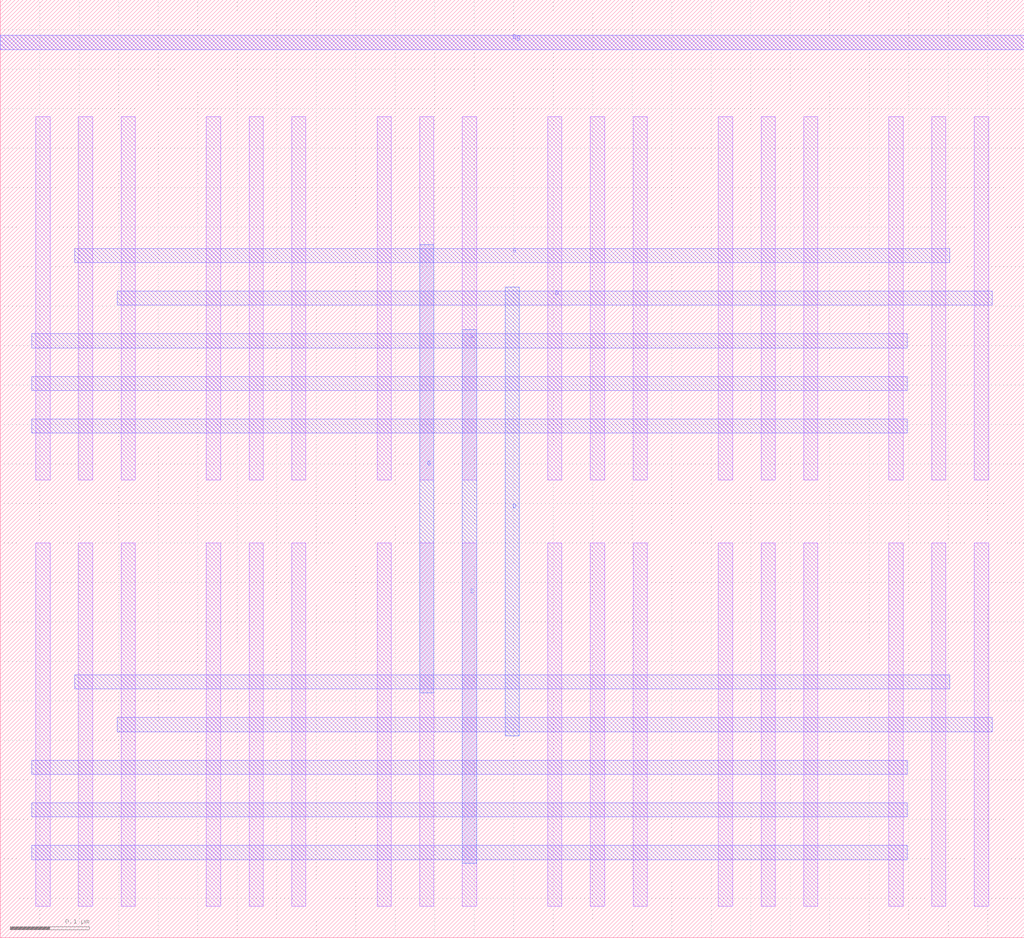
<source format=lef>
MACRO Switch_NMOS_n12_X1_Y1
  ORIGIN 0 0 ;
  FOREIGN Switch_NMOS_n12_X1_Y1 0 0 ;
  SIZE 0.432 BY 0.648 ;
  PIN S
    DIRECTION INOUT ;
    USE SIGNAL ;
    PORT
      LAYER M2 ;
        RECT 0.040 0.099 0.284 0.117 ;
      LAYER M2 ;
        RECT 0.040 0.153 0.284 0.171 ;
      LAYER M2 ;
        RECT 0.040 0.207 0.284 0.225 ;
      LAYER M3 ;
        RECT 0.153 0.094 0.171 0.446 ;
    END
  END S
  PIN Bg
    DIRECTION INOUT ;
    USE SIGNAL ;
    PORT
      LAYER M2 ;
        RECT 0.0 0.585 0.432 0.603 ;
    END
  END Bg
  PIN D
    DIRECTION INOUT ;
    USE SIGNAL ;
    PORT
      LAYER M2 ;
        RECT 0.148 0.261 0.392 0.279 ;
      LAYER M3 ;
        RECT 0.207 0.094 0.225 0.446 ;
    END
  END D
  PIN G
    DIRECTION INOUT ;
    USE SIGNAL ;
    PORT
      LAYER M2 ;
        RECT 0.094 0.315 0.338 0.333 ;
      LAYER M3 ;
        RECT 0.099 0.094 0.117 0.446 ;
    END
  END G
  OBS
    LAYER M1 ;
      RECT 0.0 0.585 0.432 0.603 ;
    LAYER M1 ;
      RECT 0.099 0.040 0.117 0.500 ;
    LAYER M1 ;
      RECT 0.315 0.040 0.333 0.500 ;
    LAYER M1 ;
      RECT 0.045 0.040 0.063 0.500 ;
    LAYER M1 ;
      RECT 0.261 0.040 0.279 0.500 ;
    LAYER M1 ;
      RECT 0.153 0.040 0.171 0.500 ;
    LAYER M1 ;
      RECT 0.369 0.040 0.387 0.500 ;
  END
END Switch_NMOS_n12_X1_Y1
MACRO Switch_NMOS_n12_X3_Y2
  ORIGIN 0 0 ;
  FOREIGN Switch_NMOS_n12_X3_Y2 0 0 ;
  SIZE 1.296 BY 1.188 ;
  PIN S
    DIRECTION INOUT ;
    USE SIGNAL ;
    PORT
      LAYER M2 ;
        RECT 0.040 0.099 1.148 0.117 ;
      LAYER M2 ;
        RECT 0.040 0.153 1.148 0.171 ;
      LAYER M2 ;
        RECT 0.040 0.207 1.148 0.225 ;
      LAYER M2 ;
        RECT 0.040 0.639 1.148 0.657 ;
      LAYER M2 ;
        RECT 0.040 0.693 1.148 0.711 ;
      LAYER M2 ;
        RECT 0.040 0.747 1.148 0.765 ;
      LAYER M3 ;
        RECT 0.585 0.094 0.603 0.770 ;
    END
  END S
  PIN Bg
    DIRECTION INOUT ;
    USE SIGNAL ;
    PORT
      LAYER M2 ;
        RECT 0.0 1.125 1.296 1.143 ;
    END
  END Bg
  PIN D
    DIRECTION INOUT ;
    USE SIGNAL ;
    PORT
      LAYER M2 ;
        RECT 0.148 0.261 1.256 0.279 ;
      LAYER M2 ;
        RECT 0.148 0.801 1.256 0.819 ;
      LAYER M3 ;
        RECT 0.639 0.256 0.657 0.824 ;
    END
  END D
  PIN G
    DIRECTION INOUT ;
    USE SIGNAL ;
    PORT
      LAYER M2 ;
        RECT 0.094 0.315 1.202 0.333 ;
      LAYER M2 ;
        RECT 0.094 0.855 1.202 0.873 ;
      LAYER M3 ;
        RECT 0.531 0.310 0.549 0.878 ;
    END
  END G
  OBS
    LAYER M1 ;
      RECT 0.0 1.125 1.296 1.143 ;
    LAYER M1 ;
      RECT 0.099 0.040 0.117 0.500 ;
    LAYER M1 ;
      RECT 0.099 0.580 0.117 1.040 ;
    LAYER M1 ;
      RECT 0.315 0.040 0.333 0.500 ;
    LAYER M1 ;
      RECT 0.315 0.580 0.333 1.040 ;
    LAYER M1 ;
      RECT 0.531 0.040 0.549 0.500 ;
    LAYER M1 ;
      RECT 0.531 0.580 0.549 1.040 ;
    LAYER M1 ;
      RECT 0.747 0.040 0.765 0.500 ;
    LAYER M1 ;
      RECT 0.747 0.580 0.765 1.040 ;
    LAYER M1 ;
      RECT 0.963 0.040 0.981 0.500 ;
    LAYER M1 ;
      RECT 0.963 0.580 0.981 1.040 ;
    LAYER M1 ;
      RECT 1.179 0.040 1.197 0.500 ;
    LAYER M1 ;
      RECT 1.179 0.580 1.197 1.040 ;
    LAYER M1 ;
      RECT 0.045 0.040 0.063 0.500 ;
    LAYER M1 ;
      RECT 0.045 0.580 0.063 1.040 ;
    LAYER M1 ;
      RECT 0.261 0.040 0.279 0.500 ;
    LAYER M1 ;
      RECT 0.261 0.580 0.279 1.040 ;
    LAYER M1 ;
      RECT 0.477 0.040 0.495 0.500 ;
    LAYER M1 ;
      RECT 0.477 0.580 0.495 1.040 ;
    LAYER M1 ;
      RECT 0.693 0.040 0.711 0.500 ;
    LAYER M1 ;
      RECT 0.693 0.580 0.711 1.040 ;
    LAYER M1 ;
      RECT 0.909 0.040 0.927 0.500 ;
    LAYER M1 ;
      RECT 0.909 0.580 0.927 1.040 ;
    LAYER M1 ;
      RECT 1.125 0.040 1.143 0.500 ;
    LAYER M1 ;
      RECT 1.125 0.580 1.143 1.040 ;
    LAYER M1 ;
      RECT 0.153 0.040 0.171 0.500 ;
    LAYER M1 ;
      RECT 0.153 0.580 0.171 1.040 ;
    LAYER M1 ;
      RECT 0.369 0.040 0.387 0.500 ;
    LAYER M1 ;
      RECT 0.369 0.580 0.387 1.040 ;
    LAYER M1 ;
      RECT 0.585 0.040 0.603 0.500 ;
    LAYER M1 ;
      RECT 0.585 0.580 0.603 1.040 ;
    LAYER M1 ;
      RECT 0.801 0.040 0.819 0.500 ;
    LAYER M1 ;
      RECT 0.801 0.580 0.819 1.040 ;
    LAYER M1 ;
      RECT 1.017 0.040 1.035 0.500 ;
    LAYER M1 ;
      RECT 1.017 0.580 1.035 1.040 ;
    LAYER M1 ;
      RECT 1.233 0.040 1.251 0.500 ;
    LAYER M1 ;
      RECT 1.233 0.580 1.251 1.040 ;
  END
END Switch_NMOS_n12_X3_Y2
MACRO Switch_PMOS_n12_X1_Y1
  ORIGIN 0 0 ;
  FOREIGN Switch_PMOS_n12_X1_Y1 0 0 ;
  SIZE 0.432 BY 0.648 ;
  PIN S
    DIRECTION INOUT ;
    USE SIGNAL ;
    PORT
      LAYER M2 ;
        RECT 0.040 0.099 0.284 0.117 ;
      LAYER M2 ;
        RECT 0.040 0.153 0.284 0.171 ;
      LAYER M2 ;
        RECT 0.040 0.207 0.284 0.225 ;
      LAYER M3 ;
        RECT 0.153 0.094 0.171 0.446 ;
    END
  END S
  PIN D
    DIRECTION INOUT ;
    USE SIGNAL ;
    PORT
      LAYER M2 ;
        RECT 0.148 0.261 0.392 0.279 ;
      LAYER M3 ;
        RECT 0.207 0.094 0.225 0.446 ;
    END
  END D
  PIN Bg
    DIRECTION INOUT ;
    USE SIGNAL ;
    PORT
      LAYER M2 ;
        RECT 0.0 0.585 0.432 0.603 ;
    END
  END Bg
  PIN G
    DIRECTION INOUT ;
    USE SIGNAL ;
    PORT
      LAYER M2 ;
        RECT 0.094 0.315 0.338 0.333 ;
      LAYER M3 ;
        RECT 0.099 0.094 0.117 0.446 ;
    END
  END G
  OBS
    LAYER M1 ;
      RECT 0.0 0.585 0.432 0.603 ;
    LAYER M1 ;
      RECT 0.099 0.040 0.117 0.500 ;
    LAYER M1 ;
      RECT 0.315 0.040 0.333 0.500 ;
    LAYER M1 ;
      RECT 0.045 0.040 0.063 0.500 ;
    LAYER M1 ;
      RECT 0.261 0.040 0.279 0.500 ;
    LAYER M1 ;
      RECT 0.153 0.040 0.171 0.500 ;
    LAYER M1 ;
      RECT 0.369 0.040 0.387 0.500 ;
  END
END Switch_PMOS_n12_X1_Y1
MACRO Switch_PMOS_n12_X3_Y1
  ORIGIN 0 0 ;
  FOREIGN Switch_PMOS_n12_X3_Y1 0 0 ;
  SIZE 1.296 BY 0.648 ;
  PIN S
    DIRECTION INOUT ;
    USE SIGNAL ;
    PORT
      LAYER M2 ;
        RECT 0.040 0.099 1.148 0.117 ;
      LAYER M2 ;
        RECT 0.040 0.153 1.148 0.171 ;
      LAYER M2 ;
        RECT 0.040 0.207 1.148 0.225 ;
      LAYER M3 ;
        RECT 0.585 0.094 0.603 0.446 ;
    END
  END S
  PIN D
    DIRECTION INOUT ;
    USE SIGNAL ;
    PORT
      LAYER M2 ;
        RECT 0.148 0.261 1.256 0.279 ;
      LAYER M3 ;
        RECT 0.639 0.094 0.657 0.446 ;
    END
  END D
  PIN Bg
    DIRECTION INOUT ;
    USE SIGNAL ;
    PORT
      LAYER M2 ;
        RECT 0.0 0.585 1.296 0.603 ;
    END
  END Bg
  PIN G
    DIRECTION INOUT ;
    USE SIGNAL ;
    PORT
      LAYER M2 ;
        RECT 0.094 0.315 1.202 0.333 ;
      LAYER M3 ;
        RECT 0.531 0.094 0.549 0.446 ;
    END
  END G
  OBS
    LAYER M1 ;
      RECT 0.0 0.585 1.296 0.603 ;
    LAYER M1 ;
      RECT 0.099 0.040 0.117 0.500 ;
    LAYER M1 ;
      RECT 0.315 0.040 0.333 0.500 ;
    LAYER M1 ;
      RECT 0.531 0.040 0.549 0.500 ;
    LAYER M1 ;
      RECT 0.747 0.040 0.765 0.500 ;
    LAYER M1 ;
      RECT 0.963 0.040 0.981 0.500 ;
    LAYER M1 ;
      RECT 1.179 0.040 1.197 0.500 ;
    LAYER M1 ;
      RECT 0.045 0.040 0.063 0.500 ;
    LAYER M1 ;
      RECT 0.261 0.040 0.279 0.500 ;
    LAYER M1 ;
      RECT 0.477 0.040 0.495 0.500 ;
    LAYER M1 ;
      RECT 0.693 0.040 0.711 0.500 ;
    LAYER M1 ;
      RECT 0.909 0.040 0.927 0.500 ;
    LAYER M1 ;
      RECT 1.125 0.040 1.143 0.500 ;
    LAYER M1 ;
      RECT 0.153 0.040 0.171 0.500 ;
    LAYER M1 ;
      RECT 0.369 0.040 0.387 0.500 ;
    LAYER M1 ;
      RECT 0.585 0.040 0.603 0.500 ;
    LAYER M1 ;
      RECT 0.801 0.040 0.819 0.500 ;
    LAYER M1 ;
      RECT 1.017 0.040 1.035 0.500 ;
    LAYER M1 ;
      RECT 1.233 0.040 1.251 0.500 ;
  END
END Switch_PMOS_n12_X3_Y1

</source>
